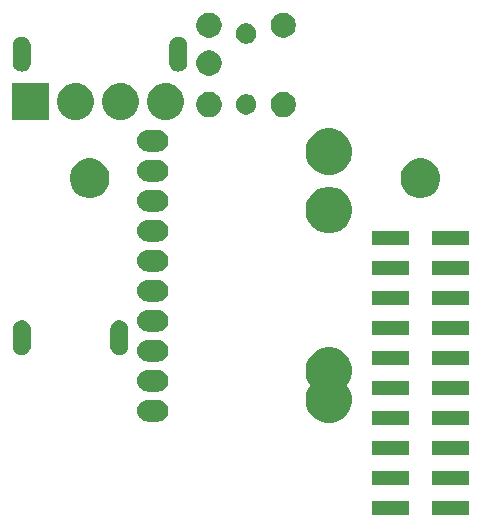
<source format=gts>
G04 #@! TF.GenerationSoftware,KiCad,Pcbnew,5.1.0*
G04 #@! TF.CreationDate,2019-04-16T15:55:50+02:00*
G04 #@! TF.ProjectId,KXKM_audio_board_for_ESP32,4b584b4d-5f61-4756-9469-6f5f626f6172,1.0*
G04 #@! TF.SameCoordinates,PX82a7440PY6f94740*
G04 #@! TF.FileFunction,Soldermask,Top*
G04 #@! TF.FilePolarity,Negative*
%FSLAX46Y46*%
G04 Gerber Fmt 4.6, Leading zero omitted, Abs format (unit mm)*
G04 Created by KiCad (PCBNEW 5.1.0) date 2019-04-16 15:55:50*
%MOMM*%
%LPD*%
G04 APERTURE LIST*
%ADD10C,0.100000*%
G04 APERTURE END LIST*
D10*
G36*
X39340000Y1250000D02*
G01*
X36200000Y1250000D01*
X36200000Y2390000D01*
X39340000Y2390000D01*
X39340000Y1250000D01*
X39340000Y1250000D01*
G37*
G36*
X34300000Y1250000D02*
G01*
X31160000Y1250000D01*
X31160000Y2390000D01*
X34300000Y2390000D01*
X34300000Y1250000D01*
X34300000Y1250000D01*
G37*
G36*
X34300000Y3790000D02*
G01*
X31160000Y3790000D01*
X31160000Y4930000D01*
X34300000Y4930000D01*
X34300000Y3790000D01*
X34300000Y3790000D01*
G37*
G36*
X39340000Y3790000D02*
G01*
X36200000Y3790000D01*
X36200000Y4930000D01*
X39340000Y4930000D01*
X39340000Y3790000D01*
X39340000Y3790000D01*
G37*
G36*
X34300000Y6330000D02*
G01*
X31160000Y6330000D01*
X31160000Y7470000D01*
X34300000Y7470000D01*
X34300000Y6330000D01*
X34300000Y6330000D01*
G37*
G36*
X39340000Y6330000D02*
G01*
X36200000Y6330000D01*
X36200000Y7470000D01*
X39340000Y7470000D01*
X39340000Y6330000D01*
X39340000Y6330000D01*
G37*
G36*
X39340000Y8870000D02*
G01*
X36200000Y8870000D01*
X36200000Y10010000D01*
X39340000Y10010000D01*
X39340000Y8870000D01*
X39340000Y8870000D01*
G37*
G36*
X34300000Y8870000D02*
G01*
X31160000Y8870000D01*
X31160000Y10010000D01*
X34300000Y10010000D01*
X34300000Y8870000D01*
X34300000Y8870000D01*
G37*
G36*
X28074626Y15344295D02*
G01*
X28292839Y15253908D01*
X28433145Y15195791D01*
X28755802Y14980199D01*
X29030199Y14705802D01*
X29170173Y14496315D01*
X29245792Y14383143D01*
X29394295Y14024626D01*
X29470000Y13644030D01*
X29470000Y13255970D01*
X29394295Y12875374D01*
X29394294Y12875372D01*
X29245791Y12516855D01*
X29069337Y12252772D01*
X29064720Y12244134D01*
X29061875Y12234754D01*
X29060914Y12225000D01*
X29061875Y12215246D01*
X29064720Y12205866D01*
X29069337Y12197228D01*
X29230309Y11956315D01*
X29245792Y11933143D01*
X29394295Y11574626D01*
X29470000Y11194030D01*
X29470000Y10805970D01*
X29394295Y10425374D01*
X29394294Y10425372D01*
X29245791Y10066855D01*
X29030199Y9744198D01*
X28755802Y9469801D01*
X28433145Y9254209D01*
X28433144Y9254208D01*
X28433143Y9254208D01*
X28074626Y9105705D01*
X27694030Y9030000D01*
X27305970Y9030000D01*
X26925374Y9105705D01*
X26566857Y9254208D01*
X26566856Y9254208D01*
X26566855Y9254209D01*
X26244198Y9469801D01*
X25969801Y9744198D01*
X25754209Y10066855D01*
X25605706Y10425372D01*
X25605705Y10425374D01*
X25530000Y10805970D01*
X25530000Y11194030D01*
X25605705Y11574626D01*
X25754208Y11933143D01*
X25769691Y11956315D01*
X25930663Y12197228D01*
X25935280Y12205866D01*
X25938125Y12215246D01*
X25939086Y12225000D01*
X25938125Y12234754D01*
X25935280Y12244134D01*
X25930663Y12252772D01*
X25754209Y12516855D01*
X25605706Y12875372D01*
X25605705Y12875374D01*
X25530000Y13255970D01*
X25530000Y13644030D01*
X25605705Y14024626D01*
X25754208Y14383143D01*
X25829827Y14496315D01*
X25969801Y14705802D01*
X26244198Y14980199D01*
X26566855Y15195791D01*
X26707161Y15253908D01*
X26925374Y15344295D01*
X27305970Y15420000D01*
X27694030Y15420000D01*
X28074626Y15344295D01*
X28074626Y15344295D01*
G37*
G36*
X13180351Y10976689D02*
G01*
X13353773Y10924081D01*
X13513595Y10838655D01*
X13513597Y10838653D01*
X13653686Y10723686D01*
X13749734Y10606650D01*
X13768655Y10583595D01*
X13854081Y10423773D01*
X13906689Y10250351D01*
X13924451Y10070000D01*
X13906689Y9889649D01*
X13854081Y9716227D01*
X13768655Y9556405D01*
X13768653Y9556403D01*
X13653686Y9416314D01*
X13536650Y9320266D01*
X13513595Y9301345D01*
X13353773Y9215919D01*
X13180351Y9163311D01*
X13045196Y9150000D01*
X12154804Y9150000D01*
X12019649Y9163311D01*
X11846227Y9215919D01*
X11686405Y9301345D01*
X11663350Y9320266D01*
X11546314Y9416314D01*
X11431347Y9556403D01*
X11431345Y9556405D01*
X11345919Y9716227D01*
X11293311Y9889649D01*
X11275549Y10070000D01*
X11293311Y10250351D01*
X11345919Y10423773D01*
X11431345Y10583595D01*
X11450266Y10606650D01*
X11546314Y10723686D01*
X11686403Y10838653D01*
X11686405Y10838655D01*
X11846227Y10924081D01*
X12019649Y10976689D01*
X12154804Y10990000D01*
X13045196Y10990000D01*
X13180351Y10976689D01*
X13180351Y10976689D01*
G37*
G36*
X34300000Y11410000D02*
G01*
X31160000Y11410000D01*
X31160000Y12550000D01*
X34300000Y12550000D01*
X34300000Y11410000D01*
X34300000Y11410000D01*
G37*
G36*
X39340000Y11410000D02*
G01*
X36200000Y11410000D01*
X36200000Y12550000D01*
X39340000Y12550000D01*
X39340000Y11410000D01*
X39340000Y11410000D01*
G37*
G36*
X13180351Y13516689D02*
G01*
X13353773Y13464081D01*
X13513595Y13378655D01*
X13513597Y13378653D01*
X13653686Y13263686D01*
X13749734Y13146650D01*
X13768655Y13123595D01*
X13854081Y12963773D01*
X13906689Y12790351D01*
X13924451Y12610000D01*
X13906689Y12429649D01*
X13854081Y12256227D01*
X13768655Y12096405D01*
X13768653Y12096403D01*
X13653686Y11956314D01*
X13536650Y11860266D01*
X13513595Y11841345D01*
X13353773Y11755919D01*
X13180351Y11703311D01*
X13045196Y11690000D01*
X12154804Y11690000D01*
X12019649Y11703311D01*
X11846227Y11755919D01*
X11686405Y11841345D01*
X11663350Y11860266D01*
X11546314Y11956314D01*
X11431347Y12096403D01*
X11431345Y12096405D01*
X11345919Y12256227D01*
X11293311Y12429649D01*
X11275549Y12610000D01*
X11293311Y12790351D01*
X11345919Y12963773D01*
X11431345Y13123595D01*
X11450266Y13146650D01*
X11546314Y13263686D01*
X11686403Y13378653D01*
X11686405Y13378655D01*
X11846227Y13464081D01*
X12019649Y13516689D01*
X12154804Y13530000D01*
X13045196Y13530000D01*
X13180351Y13516689D01*
X13180351Y13516689D01*
G37*
G36*
X39340000Y13950000D02*
G01*
X36200000Y13950000D01*
X36200000Y15090000D01*
X39340000Y15090000D01*
X39340000Y13950000D01*
X39340000Y13950000D01*
G37*
G36*
X34300000Y13950000D02*
G01*
X31160000Y13950000D01*
X31160000Y15090000D01*
X34300000Y15090000D01*
X34300000Y13950000D01*
X34300000Y13950000D01*
G37*
G36*
X13180351Y16056689D02*
G01*
X13353773Y16004081D01*
X13513595Y15918655D01*
X13513597Y15918653D01*
X13653686Y15803686D01*
X13749734Y15686650D01*
X13768655Y15663595D01*
X13854081Y15503773D01*
X13906689Y15330351D01*
X13924451Y15150000D01*
X13906689Y14969649D01*
X13854081Y14796227D01*
X13768655Y14636405D01*
X13768653Y14636403D01*
X13653686Y14496314D01*
X13536650Y14400266D01*
X13513595Y14381345D01*
X13353773Y14295919D01*
X13180351Y14243311D01*
X13045196Y14230000D01*
X12154804Y14230000D01*
X12019649Y14243311D01*
X11846227Y14295919D01*
X11686405Y14381345D01*
X11663350Y14400266D01*
X11546314Y14496314D01*
X11431347Y14636403D01*
X11431345Y14636405D01*
X11345919Y14796227D01*
X11293311Y14969649D01*
X11275549Y15150000D01*
X11293311Y15330351D01*
X11345919Y15503773D01*
X11431345Y15663595D01*
X11450266Y15686650D01*
X11546314Y15803686D01*
X11686403Y15918653D01*
X11686405Y15918655D01*
X11846227Y16004081D01*
X12019649Y16056689D01*
X12154804Y16070000D01*
X13045196Y16070000D01*
X13180351Y16056689D01*
X13180351Y16056689D01*
G37*
G36*
X9900945Y17708859D02*
G01*
X9986494Y17682907D01*
X10046091Y17664829D01*
X10090680Y17640996D01*
X10179856Y17593331D01*
X10297106Y17497106D01*
X10393331Y17379857D01*
X10416651Y17336227D01*
X10464829Y17246092D01*
X10464829Y17246091D01*
X10508859Y17100946D01*
X10520000Y16987824D01*
X10520000Y15512176D01*
X10508859Y15399054D01*
X10482907Y15313505D01*
X10464829Y15253908D01*
X10464828Y15253907D01*
X10393331Y15120143D01*
X10297106Y15002894D01*
X10179857Y14906669D01*
X10090681Y14859004D01*
X10046092Y14835171D01*
X9986495Y14817093D01*
X9900946Y14791141D01*
X9750000Y14776275D01*
X9599055Y14791141D01*
X9513506Y14817093D01*
X9453909Y14835171D01*
X9409320Y14859004D01*
X9320144Y14906669D01*
X9202895Y15002894D01*
X9106670Y15120143D01*
X9035173Y15253907D01*
X9035172Y15253908D01*
X9017094Y15313505D01*
X8991142Y15399054D01*
X8980001Y15512176D01*
X8980000Y16987823D01*
X8991141Y17100945D01*
X9017093Y17186494D01*
X9035171Y17246091D01*
X9059004Y17290680D01*
X9106669Y17379856D01*
X9202894Y17497106D01*
X9320143Y17593331D01*
X9409319Y17640996D01*
X9453908Y17664829D01*
X9513505Y17682907D01*
X9599054Y17708859D01*
X9750000Y17723725D01*
X9900945Y17708859D01*
X9900945Y17708859D01*
G37*
G36*
X1650945Y17708859D02*
G01*
X1736494Y17682907D01*
X1796091Y17664829D01*
X1840680Y17640996D01*
X1929856Y17593331D01*
X2047106Y17497106D01*
X2143331Y17379857D01*
X2166651Y17336227D01*
X2214829Y17246092D01*
X2214829Y17246091D01*
X2258859Y17100946D01*
X2270000Y16987824D01*
X2270000Y15512176D01*
X2258859Y15399054D01*
X2232907Y15313505D01*
X2214829Y15253908D01*
X2214828Y15253907D01*
X2143331Y15120143D01*
X2047106Y15002894D01*
X1929857Y14906669D01*
X1840681Y14859004D01*
X1796092Y14835171D01*
X1736495Y14817093D01*
X1650946Y14791141D01*
X1500000Y14776275D01*
X1349055Y14791141D01*
X1263506Y14817093D01*
X1203909Y14835171D01*
X1159320Y14859004D01*
X1070144Y14906669D01*
X952895Y15002894D01*
X856670Y15120143D01*
X785173Y15253907D01*
X785172Y15253908D01*
X767094Y15313505D01*
X741142Y15399054D01*
X730001Y15512176D01*
X730000Y16987823D01*
X741141Y17100945D01*
X767093Y17186494D01*
X785171Y17246091D01*
X809004Y17290680D01*
X856669Y17379856D01*
X952894Y17497106D01*
X1070143Y17593331D01*
X1159319Y17640996D01*
X1203908Y17664829D01*
X1263505Y17682907D01*
X1349054Y17708859D01*
X1500000Y17723725D01*
X1650945Y17708859D01*
X1650945Y17708859D01*
G37*
G36*
X39340000Y16490000D02*
G01*
X36200000Y16490000D01*
X36200000Y17630000D01*
X39340000Y17630000D01*
X39340000Y16490000D01*
X39340000Y16490000D01*
G37*
G36*
X34300000Y16490000D02*
G01*
X31160000Y16490000D01*
X31160000Y17630000D01*
X34300000Y17630000D01*
X34300000Y16490000D01*
X34300000Y16490000D01*
G37*
G36*
X13180351Y18596689D02*
G01*
X13353773Y18544081D01*
X13513595Y18458655D01*
X13513597Y18458653D01*
X13653686Y18343686D01*
X13749734Y18226650D01*
X13768655Y18203595D01*
X13854081Y18043773D01*
X13906689Y17870351D01*
X13924451Y17690000D01*
X13906689Y17509649D01*
X13854081Y17336227D01*
X13768655Y17176405D01*
X13768653Y17176403D01*
X13653686Y17036314D01*
X13536650Y16940266D01*
X13513595Y16921345D01*
X13353773Y16835919D01*
X13180351Y16783311D01*
X13045196Y16770000D01*
X12154804Y16770000D01*
X12019649Y16783311D01*
X11846227Y16835919D01*
X11686405Y16921345D01*
X11663350Y16940266D01*
X11546314Y17036314D01*
X11431347Y17176403D01*
X11431345Y17176405D01*
X11345919Y17336227D01*
X11293311Y17509649D01*
X11275549Y17690000D01*
X11293311Y17870351D01*
X11345919Y18043773D01*
X11431345Y18203595D01*
X11450266Y18226650D01*
X11546314Y18343686D01*
X11686403Y18458653D01*
X11686405Y18458655D01*
X11846227Y18544081D01*
X12019649Y18596689D01*
X12154804Y18610000D01*
X13045196Y18610000D01*
X13180351Y18596689D01*
X13180351Y18596689D01*
G37*
G36*
X39340000Y19030000D02*
G01*
X36200000Y19030000D01*
X36200000Y20170000D01*
X39340000Y20170000D01*
X39340000Y19030000D01*
X39340000Y19030000D01*
G37*
G36*
X34300000Y19030000D02*
G01*
X31160000Y19030000D01*
X31160000Y20170000D01*
X34300000Y20170000D01*
X34300000Y19030000D01*
X34300000Y19030000D01*
G37*
G36*
X13180351Y21136689D02*
G01*
X13353773Y21084081D01*
X13513595Y20998655D01*
X13513597Y20998653D01*
X13653686Y20883686D01*
X13749734Y20766650D01*
X13768655Y20743595D01*
X13854081Y20583773D01*
X13906689Y20410351D01*
X13924451Y20230000D01*
X13906689Y20049649D01*
X13854081Y19876227D01*
X13768655Y19716405D01*
X13768653Y19716403D01*
X13653686Y19576314D01*
X13536650Y19480266D01*
X13513595Y19461345D01*
X13353773Y19375919D01*
X13180351Y19323311D01*
X13045196Y19310000D01*
X12154804Y19310000D01*
X12019649Y19323311D01*
X11846227Y19375919D01*
X11686405Y19461345D01*
X11663350Y19480266D01*
X11546314Y19576314D01*
X11431347Y19716403D01*
X11431345Y19716405D01*
X11345919Y19876227D01*
X11293311Y20049649D01*
X11275549Y20230000D01*
X11293311Y20410351D01*
X11345919Y20583773D01*
X11431345Y20743595D01*
X11450266Y20766650D01*
X11546314Y20883686D01*
X11686403Y20998653D01*
X11686405Y20998655D01*
X11846227Y21084081D01*
X12019649Y21136689D01*
X12154804Y21150000D01*
X13045196Y21150000D01*
X13180351Y21136689D01*
X13180351Y21136689D01*
G37*
G36*
X39340000Y21570000D02*
G01*
X36200000Y21570000D01*
X36200000Y22710000D01*
X39340000Y22710000D01*
X39340000Y21570000D01*
X39340000Y21570000D01*
G37*
G36*
X34300000Y21570000D02*
G01*
X31160000Y21570000D01*
X31160000Y22710000D01*
X34300000Y22710000D01*
X34300000Y21570000D01*
X34300000Y21570000D01*
G37*
G36*
X13180351Y23676689D02*
G01*
X13353773Y23624081D01*
X13513595Y23538655D01*
X13513597Y23538653D01*
X13653686Y23423686D01*
X13749734Y23306650D01*
X13768655Y23283595D01*
X13854081Y23123773D01*
X13906689Y22950351D01*
X13924451Y22770000D01*
X13906689Y22589649D01*
X13854081Y22416227D01*
X13768655Y22256405D01*
X13768653Y22256403D01*
X13653686Y22116314D01*
X13536650Y22020266D01*
X13513595Y22001345D01*
X13353773Y21915919D01*
X13180351Y21863311D01*
X13045196Y21850000D01*
X12154804Y21850000D01*
X12019649Y21863311D01*
X11846227Y21915919D01*
X11686405Y22001345D01*
X11663350Y22020266D01*
X11546314Y22116314D01*
X11431347Y22256403D01*
X11431345Y22256405D01*
X11345919Y22416227D01*
X11293311Y22589649D01*
X11275549Y22770000D01*
X11293311Y22950351D01*
X11345919Y23123773D01*
X11431345Y23283595D01*
X11450266Y23306650D01*
X11546314Y23423686D01*
X11686403Y23538653D01*
X11686405Y23538655D01*
X11846227Y23624081D01*
X12019649Y23676689D01*
X12154804Y23690000D01*
X13045196Y23690000D01*
X13180351Y23676689D01*
X13180351Y23676689D01*
G37*
G36*
X39340000Y24110000D02*
G01*
X36200000Y24110000D01*
X36200000Y25250000D01*
X39340000Y25250000D01*
X39340000Y24110000D01*
X39340000Y24110000D01*
G37*
G36*
X34300000Y24110000D02*
G01*
X31160000Y24110000D01*
X31160000Y25250000D01*
X34300000Y25250000D01*
X34300000Y24110000D01*
X34300000Y24110000D01*
G37*
G36*
X13180351Y26216689D02*
G01*
X13353773Y26164081D01*
X13513595Y26078655D01*
X13513597Y26078653D01*
X13653686Y25963686D01*
X13749734Y25846650D01*
X13768655Y25823595D01*
X13854081Y25663773D01*
X13906689Y25490351D01*
X13924451Y25310000D01*
X13906689Y25129649D01*
X13854081Y24956227D01*
X13768655Y24796405D01*
X13768653Y24796403D01*
X13653686Y24656314D01*
X13536650Y24560266D01*
X13513595Y24541345D01*
X13353773Y24455919D01*
X13180351Y24403311D01*
X13045196Y24390000D01*
X12154804Y24390000D01*
X12019649Y24403311D01*
X11846227Y24455919D01*
X11686405Y24541345D01*
X11663350Y24560266D01*
X11546314Y24656314D01*
X11431347Y24796403D01*
X11431345Y24796405D01*
X11345919Y24956227D01*
X11293311Y25129649D01*
X11275549Y25310000D01*
X11293311Y25490351D01*
X11345919Y25663773D01*
X11431345Y25823595D01*
X11450266Y25846650D01*
X11546314Y25963686D01*
X11686403Y26078653D01*
X11686405Y26078655D01*
X11846227Y26164081D01*
X12019649Y26216689D01*
X12154804Y26230000D01*
X13045196Y26230000D01*
X13180351Y26216689D01*
X13180351Y26216689D01*
G37*
G36*
X28074626Y28944295D02*
G01*
X28074629Y28944294D01*
X28074628Y28944294D01*
X28433145Y28795791D01*
X28755802Y28580199D01*
X29030199Y28305802D01*
X29214249Y28030351D01*
X29245792Y27983143D01*
X29394295Y27624626D01*
X29470000Y27244030D01*
X29470000Y26855970D01*
X29394295Y26475374D01*
X29394294Y26475372D01*
X29245791Y26116855D01*
X29030199Y25794198D01*
X28755802Y25519801D01*
X28433145Y25304209D01*
X28433144Y25304208D01*
X28433143Y25304208D01*
X28074626Y25155705D01*
X27694030Y25080000D01*
X27305970Y25080000D01*
X26925374Y25155705D01*
X26566857Y25304208D01*
X26566856Y25304208D01*
X26566855Y25304209D01*
X26244198Y25519801D01*
X25969801Y25794198D01*
X25754209Y26116855D01*
X25605706Y26475372D01*
X25605705Y26475374D01*
X25530000Y26855970D01*
X25530000Y27244030D01*
X25605705Y27624626D01*
X25754208Y27983143D01*
X25785751Y28030351D01*
X25969801Y28305802D01*
X26244198Y28580199D01*
X26566855Y28795791D01*
X26925372Y28944294D01*
X26925371Y28944294D01*
X26925374Y28944295D01*
X27305970Y29020000D01*
X27694030Y29020000D01*
X28074626Y28944295D01*
X28074626Y28944295D01*
G37*
G36*
X13180351Y28756689D02*
G01*
X13353773Y28704081D01*
X13513595Y28618655D01*
X13513597Y28618653D01*
X13653686Y28503686D01*
X13749734Y28386650D01*
X13768655Y28363595D01*
X13854081Y28203773D01*
X13906689Y28030351D01*
X13924451Y27850000D01*
X13906689Y27669649D01*
X13854081Y27496227D01*
X13768655Y27336405D01*
X13768653Y27336403D01*
X13653686Y27196314D01*
X13536650Y27100266D01*
X13513595Y27081345D01*
X13353773Y26995919D01*
X13180351Y26943311D01*
X13045196Y26930000D01*
X12154804Y26930000D01*
X12019649Y26943311D01*
X11846227Y26995919D01*
X11686405Y27081345D01*
X11663350Y27100266D01*
X11546314Y27196314D01*
X11431347Y27336403D01*
X11431345Y27336405D01*
X11345919Y27496227D01*
X11293311Y27669649D01*
X11275549Y27850000D01*
X11293311Y28030351D01*
X11345919Y28203773D01*
X11431345Y28363595D01*
X11450266Y28386650D01*
X11546314Y28503686D01*
X11686403Y28618653D01*
X11686405Y28618655D01*
X11846227Y28704081D01*
X12019649Y28756689D01*
X12154804Y28770000D01*
X13045196Y28770000D01*
X13180351Y28756689D01*
X13180351Y28756689D01*
G37*
G36*
X7737119Y31355823D02*
G01*
X8041040Y31229935D01*
X8041041Y31229934D01*
X8314563Y31047173D01*
X8547173Y30814563D01*
X8547174Y30814561D01*
X8729935Y30541040D01*
X8855823Y30237119D01*
X8920000Y29914482D01*
X8920000Y29585518D01*
X8855823Y29262881D01*
X8729935Y28958960D01*
X8729934Y28958959D01*
X8547173Y28685437D01*
X8314563Y28452827D01*
X8181020Y28363597D01*
X8041040Y28270065D01*
X7737119Y28144177D01*
X7414482Y28080000D01*
X7085518Y28080000D01*
X6762881Y28144177D01*
X6458960Y28270065D01*
X6318980Y28363597D01*
X6185437Y28452827D01*
X5952827Y28685437D01*
X5770066Y28958959D01*
X5770065Y28958960D01*
X5644177Y29262881D01*
X5580000Y29585518D01*
X5580000Y29914482D01*
X5644177Y30237119D01*
X5770065Y30541040D01*
X5952826Y30814561D01*
X5952827Y30814563D01*
X6185437Y31047173D01*
X6458959Y31229934D01*
X6458960Y31229935D01*
X6762881Y31355823D01*
X7085518Y31420000D01*
X7414482Y31420000D01*
X7737119Y31355823D01*
X7737119Y31355823D01*
G37*
G36*
X35737119Y31355823D02*
G01*
X36041040Y31229935D01*
X36041041Y31229934D01*
X36314563Y31047173D01*
X36547173Y30814563D01*
X36547174Y30814561D01*
X36729935Y30541040D01*
X36855823Y30237119D01*
X36920000Y29914482D01*
X36920000Y29585518D01*
X36855823Y29262881D01*
X36729935Y28958960D01*
X36729934Y28958959D01*
X36547173Y28685437D01*
X36314563Y28452827D01*
X36181020Y28363597D01*
X36041040Y28270065D01*
X35737119Y28144177D01*
X35414482Y28080000D01*
X35085518Y28080000D01*
X34762881Y28144177D01*
X34458960Y28270065D01*
X34318980Y28363597D01*
X34185437Y28452827D01*
X33952827Y28685437D01*
X33770066Y28958959D01*
X33770065Y28958960D01*
X33644177Y29262881D01*
X33580000Y29585518D01*
X33580000Y29914482D01*
X33644177Y30237119D01*
X33770065Y30541040D01*
X33952826Y30814561D01*
X33952827Y30814563D01*
X34185437Y31047173D01*
X34458959Y31229934D01*
X34458960Y31229935D01*
X34762881Y31355823D01*
X35085518Y31420000D01*
X35414482Y31420000D01*
X35737119Y31355823D01*
X35737119Y31355823D01*
G37*
G36*
X13180351Y31296689D02*
G01*
X13353773Y31244081D01*
X13513595Y31158655D01*
X13513597Y31158653D01*
X13653686Y31043686D01*
X13749734Y30926650D01*
X13768655Y30903595D01*
X13854081Y30743773D01*
X13906689Y30570351D01*
X13924451Y30390000D01*
X13906689Y30209649D01*
X13854081Y30036227D01*
X13768655Y29876405D01*
X13768653Y29876403D01*
X13653686Y29736314D01*
X13536650Y29640266D01*
X13513595Y29621345D01*
X13353773Y29535919D01*
X13180351Y29483311D01*
X13045196Y29470000D01*
X12154804Y29470000D01*
X12019649Y29483311D01*
X11846227Y29535919D01*
X11686405Y29621345D01*
X11663350Y29640266D01*
X11546314Y29736314D01*
X11431347Y29876403D01*
X11431345Y29876405D01*
X11345919Y30036227D01*
X11293311Y30209649D01*
X11275549Y30390000D01*
X11293311Y30570351D01*
X11345919Y30743773D01*
X11431345Y30903595D01*
X11450266Y30926650D01*
X11546314Y31043686D01*
X11686403Y31158653D01*
X11686405Y31158655D01*
X11846227Y31244081D01*
X12019649Y31296689D01*
X12154804Y31310000D01*
X13045196Y31310000D01*
X13180351Y31296689D01*
X13180351Y31296689D01*
G37*
G36*
X28074626Y33894295D02*
G01*
X28213701Y33836688D01*
X28433145Y33745791D01*
X28755802Y33530199D01*
X29030199Y33255802D01*
X29030200Y33255800D01*
X29245792Y32933143D01*
X29394295Y32574626D01*
X29470000Y32194030D01*
X29470000Y31805970D01*
X29394295Y31425374D01*
X29346505Y31310000D01*
X29245791Y31066855D01*
X29030199Y30744198D01*
X28755802Y30469801D01*
X28433145Y30254209D01*
X28433144Y30254208D01*
X28433143Y30254208D01*
X28074626Y30105705D01*
X27694030Y30030000D01*
X27305970Y30030000D01*
X26925374Y30105705D01*
X26566857Y30254208D01*
X26566856Y30254208D01*
X26566855Y30254209D01*
X26244198Y30469801D01*
X25969801Y30744198D01*
X25754209Y31066855D01*
X25653495Y31310000D01*
X25605705Y31425374D01*
X25530000Y31805970D01*
X25530000Y32194030D01*
X25605705Y32574626D01*
X25754208Y32933143D01*
X25969800Y33255800D01*
X25969801Y33255802D01*
X26244198Y33530199D01*
X26566855Y33745791D01*
X26786299Y33836688D01*
X26925374Y33894295D01*
X27305970Y33970000D01*
X27694030Y33970000D01*
X28074626Y33894295D01*
X28074626Y33894295D01*
G37*
G36*
X13180351Y33836689D02*
G01*
X13353773Y33784081D01*
X13513595Y33698655D01*
X13513597Y33698653D01*
X13653686Y33583686D01*
X13749734Y33466650D01*
X13768655Y33443595D01*
X13854081Y33283773D01*
X13906689Y33110351D01*
X13924451Y32930000D01*
X13906689Y32749649D01*
X13854081Y32576227D01*
X13768655Y32416405D01*
X13768653Y32416403D01*
X13653686Y32276314D01*
X13553419Y32194028D01*
X13513595Y32161345D01*
X13353773Y32075919D01*
X13180351Y32023311D01*
X13045196Y32010000D01*
X12154804Y32010000D01*
X12019649Y32023311D01*
X11846227Y32075919D01*
X11686405Y32161345D01*
X11646581Y32194028D01*
X11546314Y32276314D01*
X11431347Y32416403D01*
X11431345Y32416405D01*
X11345919Y32576227D01*
X11293311Y32749649D01*
X11275549Y32930000D01*
X11293311Y33110351D01*
X11345919Y33283773D01*
X11431345Y33443595D01*
X11450266Y33466650D01*
X11546314Y33583686D01*
X11686403Y33698653D01*
X11686405Y33698655D01*
X11846227Y33784081D01*
X12019649Y33836689D01*
X12154804Y33850000D01*
X13045196Y33850000D01*
X13180351Y33836689D01*
X13180351Y33836689D01*
G37*
G36*
X3819870Y34680130D02*
G01*
X680130Y34680130D01*
X680130Y37819870D01*
X3819870Y37819870D01*
X3819870Y34680130D01*
X3819870Y34680130D01*
G37*
G36*
X6315717Y37799760D02*
G01*
X6517914Y37759541D01*
X6803612Y37641201D01*
X7060734Y37469398D01*
X7279398Y37250734D01*
X7451201Y36993612D01*
X7569541Y36707914D01*
X7574679Y36682084D01*
X7628383Y36412098D01*
X7629870Y36404619D01*
X7629870Y36095381D01*
X7569541Y35792086D01*
X7451201Y35506388D01*
X7279398Y35249266D01*
X7060734Y35030602D01*
X6803612Y34858799D01*
X6517914Y34740459D01*
X6315717Y34700240D01*
X6214620Y34680130D01*
X5905380Y34680130D01*
X5804283Y34700240D01*
X5602086Y34740459D01*
X5316388Y34858799D01*
X5059266Y35030602D01*
X4840602Y35249266D01*
X4668799Y35506388D01*
X4550459Y35792086D01*
X4490130Y36095381D01*
X4490130Y36404619D01*
X4491618Y36412098D01*
X4545321Y36682084D01*
X4550459Y36707914D01*
X4668799Y36993612D01*
X4840602Y37250734D01*
X5059266Y37469398D01*
X5316388Y37641201D01*
X5602086Y37759541D01*
X5804283Y37799760D01*
X5905380Y37819870D01*
X6214620Y37819870D01*
X6315717Y37799760D01*
X6315717Y37799760D01*
G37*
G36*
X10125717Y37799760D02*
G01*
X10327914Y37759541D01*
X10613612Y37641201D01*
X10870734Y37469398D01*
X11089398Y37250734D01*
X11261201Y36993612D01*
X11379541Y36707914D01*
X11384679Y36682084D01*
X11438383Y36412098D01*
X11439870Y36404619D01*
X11439870Y36095381D01*
X11379541Y35792086D01*
X11261201Y35506388D01*
X11089398Y35249266D01*
X10870734Y35030602D01*
X10613612Y34858799D01*
X10327914Y34740459D01*
X10125717Y34700240D01*
X10024620Y34680130D01*
X9715380Y34680130D01*
X9614283Y34700240D01*
X9412086Y34740459D01*
X9126388Y34858799D01*
X8869266Y35030602D01*
X8650602Y35249266D01*
X8478799Y35506388D01*
X8360459Y35792086D01*
X8300130Y36095381D01*
X8300130Y36404619D01*
X8301618Y36412098D01*
X8355321Y36682084D01*
X8360459Y36707914D01*
X8478799Y36993612D01*
X8650602Y37250734D01*
X8869266Y37469398D01*
X9126388Y37641201D01*
X9412086Y37759541D01*
X9614283Y37799760D01*
X9715380Y37819870D01*
X10024620Y37819870D01*
X10125717Y37799760D01*
X10125717Y37799760D01*
G37*
G36*
X13935717Y37799760D02*
G01*
X14137914Y37759541D01*
X14423612Y37641201D01*
X14680734Y37469398D01*
X14899398Y37250734D01*
X15071201Y36993612D01*
X15189541Y36707914D01*
X15194679Y36682084D01*
X15248383Y36412098D01*
X15249870Y36404619D01*
X15249870Y36095381D01*
X15189541Y35792086D01*
X15071201Y35506388D01*
X14899398Y35249266D01*
X14680734Y35030602D01*
X14423612Y34858799D01*
X14137914Y34740459D01*
X13935717Y34700240D01*
X13834620Y34680130D01*
X13525380Y34680130D01*
X13424283Y34700240D01*
X13222086Y34740459D01*
X12936388Y34858799D01*
X12679266Y35030602D01*
X12460602Y35249266D01*
X12288799Y35506388D01*
X12170459Y35792086D01*
X12110130Y36095381D01*
X12110130Y36404619D01*
X12111618Y36412098D01*
X12165321Y36682084D01*
X12170459Y36707914D01*
X12288799Y36993612D01*
X12460602Y37250734D01*
X12679266Y37469398D01*
X12936388Y37641201D01*
X13222086Y37759541D01*
X13424283Y37799760D01*
X13525380Y37819870D01*
X13834620Y37819870D01*
X13935717Y37799760D01*
X13935717Y37799760D01*
G37*
G36*
X17662106Y37028881D02*
G01*
X17856833Y36948222D01*
X17856835Y36948221D01*
X17945053Y36889276D01*
X18023938Y36836567D01*
X18032085Y36831123D01*
X18181123Y36682085D01*
X18266312Y36554591D01*
X18298222Y36506833D01*
X18378881Y36312106D01*
X18420000Y36105387D01*
X18420000Y35894613D01*
X18378881Y35687894D01*
X18337462Y35587900D01*
X18298221Y35493165D01*
X18266310Y35445407D01*
X18181124Y35317916D01*
X18032084Y35168876D01*
X17973901Y35130000D01*
X17856835Y35051779D01*
X17856834Y35051778D01*
X17856833Y35051778D01*
X17662106Y34971119D01*
X17455387Y34930000D01*
X17244613Y34930000D01*
X17037894Y34971119D01*
X16843167Y35051778D01*
X16843166Y35051778D01*
X16843165Y35051779D01*
X16726099Y35130000D01*
X16667916Y35168876D01*
X16518876Y35317916D01*
X16433690Y35445407D01*
X16401779Y35493165D01*
X16362538Y35587900D01*
X16321119Y35687894D01*
X16280000Y35894613D01*
X16280000Y36105387D01*
X16321119Y36312106D01*
X16401778Y36506833D01*
X16433689Y36554591D01*
X16518877Y36682085D01*
X16667915Y36831123D01*
X16676063Y36836567D01*
X16754947Y36889276D01*
X16843165Y36948221D01*
X16843167Y36948222D01*
X17037894Y37028881D01*
X17244613Y37070000D01*
X17455387Y37070000D01*
X17662106Y37028881D01*
X17662106Y37028881D01*
G37*
G36*
X23962106Y37028881D02*
G01*
X24156833Y36948222D01*
X24156835Y36948221D01*
X24245053Y36889276D01*
X24323938Y36836567D01*
X24332085Y36831123D01*
X24481123Y36682085D01*
X24566312Y36554591D01*
X24598222Y36506833D01*
X24678881Y36312106D01*
X24720000Y36105387D01*
X24720000Y35894613D01*
X24678881Y35687894D01*
X24637462Y35587900D01*
X24598221Y35493165D01*
X24566310Y35445407D01*
X24481124Y35317916D01*
X24332084Y35168876D01*
X24273901Y35130000D01*
X24156835Y35051779D01*
X24156834Y35051778D01*
X24156833Y35051778D01*
X23962106Y34971119D01*
X23755387Y34930000D01*
X23544613Y34930000D01*
X23337894Y34971119D01*
X23143167Y35051778D01*
X23143166Y35051778D01*
X23143165Y35051779D01*
X23026099Y35130000D01*
X22967916Y35168876D01*
X22818876Y35317916D01*
X22733690Y35445407D01*
X22701779Y35493165D01*
X22662538Y35587900D01*
X22621119Y35687894D01*
X22580000Y35894613D01*
X22580000Y36105387D01*
X22621119Y36312106D01*
X22701778Y36506833D01*
X22733689Y36554591D01*
X22818877Y36682085D01*
X22967915Y36831123D01*
X22976063Y36836567D01*
X23054947Y36889276D01*
X23143165Y36948221D01*
X23143167Y36948222D01*
X23337894Y37028881D01*
X23544613Y37070000D01*
X23755387Y37070000D01*
X23962106Y37028881D01*
X23962106Y37028881D01*
G37*
G36*
X20753770Y36836567D02*
G01*
X20912100Y36770984D01*
X21054593Y36675773D01*
X21175773Y36554593D01*
X21270984Y36412100D01*
X21336567Y36253770D01*
X21370000Y36085688D01*
X21370000Y35914312D01*
X21336567Y35746230D01*
X21270984Y35587900D01*
X21175773Y35445407D01*
X21054593Y35324227D01*
X20912100Y35229016D01*
X20753770Y35163433D01*
X20585688Y35130000D01*
X20414312Y35130000D01*
X20246230Y35163433D01*
X20087900Y35229016D01*
X19945407Y35324227D01*
X19824227Y35445407D01*
X19729016Y35587900D01*
X19663433Y35746230D01*
X19630000Y35914312D01*
X19630000Y36085688D01*
X19663433Y36253770D01*
X19729016Y36412100D01*
X19824227Y36554593D01*
X19945407Y36675773D01*
X20087900Y36770984D01*
X20246230Y36836567D01*
X20414312Y36870000D01*
X20585688Y36870000D01*
X20753770Y36836567D01*
X20753770Y36836567D01*
G37*
G36*
X17662106Y40528881D02*
G01*
X17856833Y40448222D01*
X17856835Y40448221D01*
X17945053Y40389276D01*
X18032084Y40331124D01*
X18181124Y40182084D01*
X18298222Y40006833D01*
X18378881Y39812106D01*
X18420000Y39605387D01*
X18420000Y39394613D01*
X18378881Y39187894D01*
X18302251Y39002894D01*
X18298221Y38993165D01*
X18181123Y38817915D01*
X18032085Y38668877D01*
X17856835Y38551779D01*
X17856834Y38551778D01*
X17856833Y38551778D01*
X17662106Y38471119D01*
X17455387Y38430000D01*
X17244613Y38430000D01*
X17037894Y38471119D01*
X16843167Y38551778D01*
X16843166Y38551778D01*
X16843165Y38551779D01*
X16667915Y38668877D01*
X16518877Y38817915D01*
X16401779Y38993165D01*
X16397749Y39002894D01*
X16321119Y39187894D01*
X16280000Y39394613D01*
X16280000Y39605387D01*
X16321119Y39812106D01*
X16401778Y40006833D01*
X16518876Y40182084D01*
X16667916Y40331124D01*
X16754947Y40389276D01*
X16843165Y40448221D01*
X16843167Y40448222D01*
X17037894Y40528881D01*
X17244613Y40570000D01*
X17455387Y40570000D01*
X17662106Y40528881D01*
X17662106Y40528881D01*
G37*
G36*
X1650945Y41708859D02*
G01*
X1736494Y41682907D01*
X1796091Y41664829D01*
X1840680Y41640996D01*
X1929856Y41593331D01*
X2047106Y41497106D01*
X2143331Y41379857D01*
X2190996Y41290681D01*
X2214829Y41246092D01*
X2232907Y41186495D01*
X2258859Y41100946D01*
X2270000Y40987824D01*
X2270000Y39512176D01*
X2258859Y39399054D01*
X2232907Y39313505D01*
X2214829Y39253908D01*
X2214828Y39253907D01*
X2143331Y39120143D01*
X2047106Y39002894D01*
X1929857Y38906669D01*
X1840681Y38859004D01*
X1796092Y38835171D01*
X1739209Y38817916D01*
X1650946Y38791141D01*
X1500000Y38776275D01*
X1349055Y38791141D01*
X1260792Y38817916D01*
X1203909Y38835171D01*
X1159320Y38859004D01*
X1070144Y38906669D01*
X952895Y39002894D01*
X856670Y39120143D01*
X785173Y39253907D01*
X785172Y39253908D01*
X767094Y39313505D01*
X741142Y39399054D01*
X730001Y39512176D01*
X730000Y40987823D01*
X741141Y41100945D01*
X767093Y41186494D01*
X785171Y41246091D01*
X826935Y41324226D01*
X856669Y41379856D01*
X952894Y41497106D01*
X1070143Y41593331D01*
X1159319Y41640996D01*
X1203908Y41664829D01*
X1263505Y41682907D01*
X1349054Y41708859D01*
X1500000Y41723725D01*
X1650945Y41708859D01*
X1650945Y41708859D01*
G37*
G36*
X14900945Y41708859D02*
G01*
X14986494Y41682907D01*
X15046091Y41664829D01*
X15090680Y41640996D01*
X15179856Y41593331D01*
X15297106Y41497106D01*
X15393331Y41379857D01*
X15440996Y41290681D01*
X15464829Y41246092D01*
X15482907Y41186495D01*
X15508859Y41100946D01*
X15520000Y40987824D01*
X15520000Y39512176D01*
X15508859Y39399054D01*
X15482907Y39313505D01*
X15464829Y39253908D01*
X15464828Y39253907D01*
X15393331Y39120143D01*
X15297106Y39002894D01*
X15179857Y38906669D01*
X15090681Y38859004D01*
X15046092Y38835171D01*
X14989209Y38817916D01*
X14900946Y38791141D01*
X14750000Y38776275D01*
X14599055Y38791141D01*
X14510792Y38817916D01*
X14453909Y38835171D01*
X14409320Y38859004D01*
X14320144Y38906669D01*
X14202895Y39002894D01*
X14106670Y39120143D01*
X14035173Y39253907D01*
X14035172Y39253908D01*
X14017094Y39313505D01*
X13991142Y39399054D01*
X13980001Y39512176D01*
X13980000Y40987823D01*
X13991141Y41100945D01*
X14017093Y41186494D01*
X14035171Y41246091D01*
X14076935Y41324226D01*
X14106669Y41379856D01*
X14202894Y41497106D01*
X14320143Y41593331D01*
X14409319Y41640996D01*
X14453908Y41664829D01*
X14513505Y41682907D01*
X14599054Y41708859D01*
X14750000Y41723725D01*
X14900945Y41708859D01*
X14900945Y41708859D01*
G37*
G36*
X20753770Y42836567D02*
G01*
X20912100Y42770984D01*
X21054593Y42675773D01*
X21175773Y42554593D01*
X21270984Y42412100D01*
X21336567Y42253770D01*
X21370000Y42085688D01*
X21370000Y41914312D01*
X21336567Y41746230D01*
X21270984Y41587900D01*
X21175773Y41445407D01*
X21054593Y41324227D01*
X20912100Y41229016D01*
X20753770Y41163433D01*
X20585688Y41130000D01*
X20414312Y41130000D01*
X20246230Y41163433D01*
X20087900Y41229016D01*
X19945407Y41324227D01*
X19824227Y41445407D01*
X19729016Y41587900D01*
X19663433Y41746230D01*
X19630000Y41914312D01*
X19630000Y42085688D01*
X19663433Y42253770D01*
X19729016Y42412100D01*
X19824227Y42554593D01*
X19945407Y42675773D01*
X20087900Y42770984D01*
X20246230Y42836567D01*
X20414312Y42870000D01*
X20585688Y42870000D01*
X20753770Y42836567D01*
X20753770Y42836567D01*
G37*
G36*
X23962106Y43728881D02*
G01*
X24156833Y43648222D01*
X24156835Y43648221D01*
X24245053Y43589276D01*
X24332084Y43531124D01*
X24481124Y43382084D01*
X24598222Y43206833D01*
X24678881Y43012106D01*
X24720000Y42805387D01*
X24720000Y42594613D01*
X24678881Y42387894D01*
X24623324Y42253769D01*
X24598221Y42193165D01*
X24481123Y42017915D01*
X24332085Y41868877D01*
X24156835Y41751779D01*
X24156834Y41751778D01*
X24156833Y41751778D01*
X23962106Y41671119D01*
X23755387Y41630000D01*
X23544613Y41630000D01*
X23337894Y41671119D01*
X23143167Y41751778D01*
X23143166Y41751778D01*
X23143165Y41751779D01*
X22967915Y41868877D01*
X22818877Y42017915D01*
X22701779Y42193165D01*
X22676676Y42253769D01*
X22621119Y42387894D01*
X22580000Y42594613D01*
X22580000Y42805387D01*
X22621119Y43012106D01*
X22701778Y43206833D01*
X22818876Y43382084D01*
X22967916Y43531124D01*
X23054947Y43589276D01*
X23143165Y43648221D01*
X23143167Y43648222D01*
X23337894Y43728881D01*
X23544613Y43770000D01*
X23755387Y43770000D01*
X23962106Y43728881D01*
X23962106Y43728881D01*
G37*
G36*
X17662106Y43728881D02*
G01*
X17856833Y43648222D01*
X17856835Y43648221D01*
X17945053Y43589276D01*
X18032084Y43531124D01*
X18181124Y43382084D01*
X18298222Y43206833D01*
X18378881Y43012106D01*
X18420000Y42805387D01*
X18420000Y42594613D01*
X18378881Y42387894D01*
X18323324Y42253769D01*
X18298221Y42193165D01*
X18181123Y42017915D01*
X18032085Y41868877D01*
X17856835Y41751779D01*
X17856834Y41751778D01*
X17856833Y41751778D01*
X17662106Y41671119D01*
X17455387Y41630000D01*
X17244613Y41630000D01*
X17037894Y41671119D01*
X16843167Y41751778D01*
X16843166Y41751778D01*
X16843165Y41751779D01*
X16667915Y41868877D01*
X16518877Y42017915D01*
X16401779Y42193165D01*
X16376676Y42253769D01*
X16321119Y42387894D01*
X16280000Y42594613D01*
X16280000Y42805387D01*
X16321119Y43012106D01*
X16401778Y43206833D01*
X16518876Y43382084D01*
X16667916Y43531124D01*
X16754947Y43589276D01*
X16843165Y43648221D01*
X16843167Y43648222D01*
X17037894Y43728881D01*
X17244613Y43770000D01*
X17455387Y43770000D01*
X17662106Y43728881D01*
X17662106Y43728881D01*
G37*
M02*

</source>
